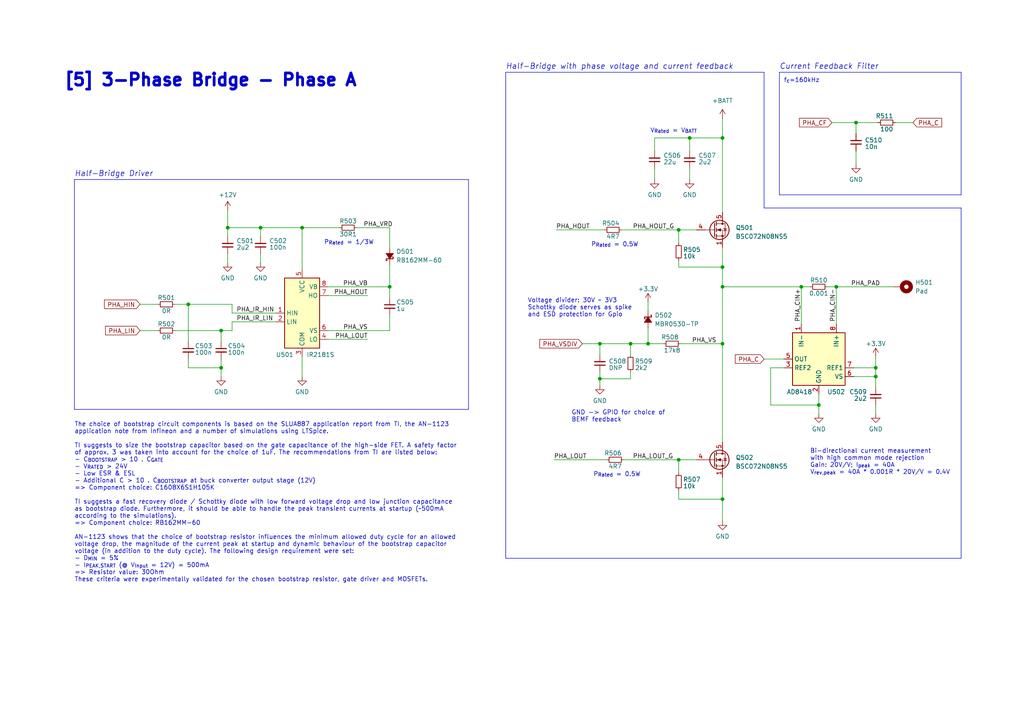
<source format=kicad_sch>
(kicad_sch (version 20230121) (generator eeschema)
  (paper "A4")
  (title_block (title "3-Phase Bridge - Phase A") (date "2023-11-26") (rev "1.0"))
  (lib_symbols
    (symbol "Amplifier_Current:AD8418"
      (property "Reference" "U" (at -7.62 10.795 0))
      (property "Value" "AD8418" (at -7.62 8.89 0))
      (symbol "AD8418_0_1"
        (rectangle (start -7.62 7.62) (end 7.62 -7.62) (stroke (width 0.254)) (fill (type background)))
      )
      (symbol "AD8418_1_1"
        (pin input line (at 5.08 10.16 270) (length 2.54) (name "IN-") (number "1"))
        (pin power_in line (at 0 -10.16 90) (length 2.54) (name "GND") (number "2"))
        (pin input line (at 10.16 -2.54 180) (length 2.54) (name "REF2") (number "3"))
        (pin no_connect line (at 2.54 -7.62 90) (length 2.54) hide (name "NC") (number "4"))
        (pin output line (at 10.16 0 180) (length 2.54) (name "OUT") (number "5"))
        (pin power_in line (at -10.16 -5.08 0) (length 2.54) (name "VS") (number "6"))
        (pin input line (at -10.16 -2.54 0) (length 2.54) (name "REF1") (number "7"))
        (pin input line (at -5.08 10.16 270) (length 2.54) (name "IN+") (number "8"))
      )
    )
    (symbol "Device:C_Small" (pin_numbers hide) (pin_names (offset 0.254) hide)
      (property "Reference" "C" (at 0.254 1.778 0))
      (property "Value" "C_Small" (at 0.254 -2.032 0))
      (symbol "C_Small_0_1"
        (polyline (pts (xy -1.524 -0.508) (xy 1.524 -0.508)) (stroke (width 0.3302)))
        (polyline (pts (xy -1.524 0.508) (xy 1.524 0.508)) (stroke (width 0.3048)))
      )
      (symbol "C_Small_1_1"
        (pin passive line (at 0 2.54 270) (length 2.032) (name "~") (number "1"))
        (pin passive line (at 0 -2.54 90) (length 2.032) (name "~") (number "2"))
      )
    )
    (symbol "Device:D_Schottky_Small_Filled" (pin_numbers hide) (pin_names (offset 0.254) hide)
      (property "Reference" "D" (at -1.27 2.032 0))
      (property "Value" "D_Schottky_Small_Filled" (at -7.112 -2.032 0))
      (symbol "D_Schottky_Small_Filled_0_1"
        (polyline (pts (xy -0.762 0) (xy 0.762 0)))
        (polyline (pts (xy 0.762 -1.016) (xy -0.762 0) (xy 0.762 1.016) (xy 0.762 -1.016)) (stroke (width 0.254)) (fill (type outline)))
        (polyline (pts (xy -1.27 0.762) (xy -1.27 1.016) (xy -0.762 1.016) (xy -0.762 -1.016) (xy -0.254 -1.016) (xy -0.254 -0.762)) (stroke (width 0.254)))
      )
      (symbol "D_Schottky_Small_Filled_1_1"
        (pin passive line (at -2.54 0 0) (length 1.778) (name "K") (number "1"))
        (pin passive line (at 2.54 0 180) (length 1.778) (name "A") (number "2"))
      )
    )
    (symbol "Device:R_Small" (pin_numbers hide) (pin_names (offset 0.254) hide)
      (property "Reference" "R" (at 0.762 0.508 0))
      (property "Value" "R_Small" (at 0.762 -1.016 0))
      (symbol "R_Small_0_1"
        (rectangle (start -0.762 1.778) (end 0.762 -1.778) (stroke (width 0.2032)))
      )
      (symbol "R_Small_1_1"
        (pin passive line (at 0 2.54 270) (length 0.762) (name "~") (number "1"))
        (pin passive line (at 0 -2.54 90) (length 0.762) (name "~") (number "2"))
      )
    )
    (symbol "Driver_FET:IR2181"
      (property "Reference" "U" (at 1.27 13.335 0))
      (property "Value" "IR2181" (at 1.27 11.43 0))
      (symbol "IR2181_0_1"
        (rectangle (start -5.08 -10.16) (end 5.08 10.16) (stroke (width 0.254)) (fill (type background)))
      )
      (symbol "IR2181_1_1"
        (pin input line (at -7.62 0 0) (length 2.54) (name "HIN") (number "1"))
        (pin input line (at -7.62 -2.54 0) (length 2.54) (name "LIN") (number "2"))
        (pin power_in line (at 0 -12.7 90) (length 2.54) (name "COM") (number "3"))
        (pin output line (at 7.62 -7.62 180) (length 2.54) (name "LO") (number "4"))
        (pin power_in line (at 0 12.7 270) (length 2.54) (name "VCC") (number "5"))
        (pin passive line (at 7.62 -5.08 180) (length 2.54) (name "VS") (number "6"))
        (pin output line (at 7.62 5.08 180) (length 2.54) (name "HO") (number "7"))
        (pin passive line (at 7.62 7.62 180) (length 2.54) (name "VB") (number "8"))
      )
    )
    (symbol "Mechanical:MountingHole_Pad" (pin_numbers hide) (pin_names (offset 1.016) hide)
      (property "Reference" "H" (at 0 6.35 0))
      (property "Value" "MountingHole_Pad" (at 0 4.445 0))
      (symbol "MountingHole_Pad_0_1"
        (circle (center 0 1.27) (radius 1.27) (stroke (width 1.27)))
      )
      (symbol "MountingHole_Pad_1_1"
        (pin input line (at 0 -2.54 90) (length 2.54) (name "1") (number "1"))
      )
    )
    (symbol "Transistor_FET:BSC072N08NS5" (pin_names hide)
      (property "Reference" "Q" (at 5.08 1.905 0))
      (property "Value" "BSC072N08NS5" (at 5.08 0 0))
      (symbol "BSC072N08NS5_0_1"
        (polyline (pts (xy 0.254 0) (xy -2.54 0)))
        (polyline (pts (xy 0.254 1.905) (xy 0.254 -1.905)) (stroke (width 0.254)))
        (polyline (pts (xy 0.762 -1.27) (xy 0.762 -2.286)) (stroke (width 0.254)))
        (polyline (pts (xy 0.762 0.508) (xy 0.762 -0.508)) (stroke (width 0.254)))
        (polyline (pts (xy 0.762 2.286) (xy 0.762 1.27)) (stroke (width 0.254)))
        (polyline (pts (xy 2.54 2.54) (xy 2.54 1.778)))
        (polyline (pts (xy 2.54 -2.54) (xy 2.54 0) (xy 0.762 0)))
        (polyline (pts (xy 0.762 -1.778) (xy 3.302 -1.778) (xy 3.302 1.778) (xy 0.762 1.778)))
        (polyline (pts (xy 1.016 0) (xy 2.032 0.381) (xy 2.032 -0.381) (xy 1.016 0)) (fill (type outline)))
        (polyline (pts (xy 2.794 0.508) (xy 2.921 0.381) (xy 3.683 0.381) (xy 3.81 0.254)))
        (polyline (pts (xy 3.302 0.381) (xy 2.921 -0.254) (xy 3.683 -0.254) (xy 3.302 0.381)))
        (circle (center 1.651 0) (radius 2.794) (stroke (width 0.254)))
        (circle (center 2.54 -1.778) (radius 0.254) (fill (type outline)))
        (circle (center 2.54 1.778) (radius 0.254) (fill (type outline)))
      )
      (symbol "BSC072N08NS5_1_1"
        (pin passive line (at 2.54 -5.08 90) (length 2.54) (name "S") (number "1"))
        (pin passive line (at 2.54 -5.08 90) (length 2.54) hide (name "S") (number "2"))
        (pin passive line (at 2.54 -5.08 90) (length 2.54) hide (name "S") (number "3"))
        (pin passive line (at -5.08 0 0) (length 2.54) (name "G") (number "4"))
        (pin passive line (at 2.54 5.08 270) (length 2.54) (name "D") (number "5"))
      )
    )
    (symbol "power:+12V" (power) (pin_names (offset 0))
      (property "Value" "+12V" (at 0 3.556 0))
      (symbol "+12V_0_1"
        (polyline (pts (xy -0.762 1.27) (xy 0 2.54)))
        (polyline (pts (xy 0 0) (xy 0 2.54)))
        (polyline (pts (xy 0 2.54) (xy 0.762 1.27)))
      )
      (symbol "+12V_1_1"
        (pin power_in line (at 0 0 90) (length 0) hide (name "+12V") (number "1"))
      )
    )
    (symbol "power:+3.3V" (power) (pin_names (offset 0))
      (property "Value" "+3.3V" (at 0 3.556 0))
      (symbol "+3.3V_0_1"
        (polyline (pts (xy -0.762 1.27) (xy 0 2.54)))
        (polyline (pts (xy 0 0) (xy 0 2.54)))
        (polyline (pts (xy 0 2.54) (xy 0.762 1.27)))
      )
      (symbol "+3.3V_1_1"
        (pin power_in line (at 0 0 90) (length 0) hide (name "+3.3V") (number "1"))
      )
    )
    (symbol "power:+BATT" (power) (pin_names (offset 0))
      (property "Value" "+BATT" (at 0 3.556 0))
      (symbol "+BATT_0_1"
        (polyline (pts (xy -0.762 1.27) (xy 0 2.54)))
        (polyline (pts (xy 0 0) (xy 0 2.54)))
        (polyline (pts (xy 0 2.54) (xy 0.762 1.27)))
      )
      (symbol "+BATT_1_1"
        (pin power_in line (at 0 0 90) (length 0) hide (name "+BATT") (number "1"))
      )
    )
    (symbol "power:GND" (power) (pin_names (offset 0))
      (property "Value" "GND" (at 0 -3.81 0))
      (symbol "GND_0_1"
        (polyline (pts (xy 0 0) (xy 0 -1.27) (xy 1.27 -1.27) (xy 0 -2.54) (xy -1.27 -1.27) (xy 0 -1.27)))
      )
      (symbol "GND_1_1"
        (pin power_in line (at 0 0 270) (length 0) hide (name "GND") (number "1"))
      )
    )
  )
  (junction (at 64.135 95.885))
  (junction (at 209.55 144.78))
  (junction (at 209.55 83.185))
  (junction (at 209.55 40.005))
  (junction (at 242.57 83.185))
  (junction (at 254 109.22))
  (junction (at 187.96 99.695))
  (junction (at 113.03 83.185))
  (junction (at 54.61 88.265))
  (junction (at 66.04 66.04))
  (junction (at 64.135 106.68))
  (junction (at 87.63 66.04))
  (junction (at 182.88 99.695))
  (junction (at 209.55 77.47))
  (junction (at 248.285 35.56))
  (junction (at 173.99 99.695))
  (junction (at 200.025 40.005))
  (junction (at 209.55 99.695))
  (junction (at 196.85 133.35))
  (junction (at 232.41 83.185))
  (junction (at 237.49 117.475))
  (junction (at 196.85 66.675))
  (junction (at 173.99 109.855))
  (junction (at 254 106.68))
  (junction (at 75.565 66.04))
  (wire (pts (xy 161.29 66.675) (xy 175.26 66.675)))
  (wire (pts (xy 87.63 66.04) (xy 98.425 66.04)))
  (wire (pts (xy 259.715 35.56) (xy 264.795 35.56)))
  (wire (pts (xy 254 109.22) (xy 254 106.68)))
  (wire (pts (xy 180.975 133.35) (xy 196.85 133.35)))
  (wire (pts (xy 232.41 83.185) (xy 234.95 83.185)))
  (wire (pts (xy 209.55 83.185) (xy 209.55 99.695)))
  (wire (pts (xy 173.99 99.695) (xy 182.88 99.695)))
  (wire (pts (xy 40.64 95.885) (xy 45.72 95.885)))
  (wire (pts (xy 254 109.22) (xy 254 112.395)))
  (wire (pts (xy 187.96 87.63) (xy 187.96 90.17)))
  (wire (pts (xy 160.655 133.35) (xy 175.895 133.35)))
  (wire (pts (xy 209.55 144.78) (xy 209.55 151.13)))
  (wire (pts (xy 189.865 43.815) (xy 189.865 40.005)))
  (wire (pts (xy 200.025 40.005) (xy 209.55 40.005)))
  (wire (pts (xy 227.33 106.68) (xy 223.52 106.68)))
  (polyline (pts (xy 221.615 60.325) (xy 221.615 20.955)))
  (wire (pts (xy 50.8 88.265) (xy 54.61 88.265)))
  (wire (pts (xy 113.03 95.885) (xy 113.03 91.44)))
  (wire (pts (xy 66.04 73.66) (xy 66.04 76.2)))
  (wire (pts (xy 54.61 88.265) (xy 67.31 88.265)))
  (wire (pts (xy 254 106.68) (xy 247.65 106.68)))
  (wire (pts (xy 196.85 75.565) (xy 196.85 77.47)))
  (polyline (pts (xy 21.59 118.745) (xy 135.89 118.745)))
  (polyline (pts (xy 278.765 56.515) (xy 278.765 20.955)))
  (wire (pts (xy 173.99 109.855) (xy 173.99 111.76)))
  (wire (pts (xy 196.85 66.675) (xy 201.93 66.675)))
  (wire (pts (xy 54.61 104.14) (xy 54.61 106.68)))
  (wire (pts (xy 197.485 99.695) (xy 209.55 99.695)))
  (wire (pts (xy 95.25 83.185) (xy 113.03 83.185)))
  (wire (pts (xy 54.61 106.68) (xy 64.135 106.68)))
  (wire (pts (xy 75.565 66.04) (xy 87.63 66.04)))
  (wire (pts (xy 50.8 95.885) (xy 64.135 95.885)))
  (wire (pts (xy 66.04 60.96) (xy 66.04 66.04)))
  (wire (pts (xy 180.34 66.675) (xy 196.85 66.675)))
  (wire (pts (xy 66.04 66.04) (xy 75.565 66.04)))
  (wire (pts (xy 113.03 76.835) (xy 113.03 83.185)))
  (wire (pts (xy 189.865 40.005) (xy 200.025 40.005)))
  (wire (pts (xy 240.03 83.185) (xy 242.57 83.185)))
  (wire (pts (xy 64.135 95.885) (xy 67.31 95.885)))
  (wire (pts (xy 182.88 99.695) (xy 182.88 102.87)))
  (polyline (pts (xy 278.765 60.325) (xy 221.615 60.325)))
  (wire (pts (xy 209.55 34.29) (xy 209.55 40.005)))
  (wire (pts (xy 196.85 66.675) (xy 196.85 70.485)))
  (wire (pts (xy 232.41 83.185) (xy 232.41 93.98)))
  (wire (pts (xy 168.91 99.695) (xy 173.99 99.695)))
  (wire (pts (xy 248.285 38.735) (xy 248.285 35.56)))
  (polyline (pts (xy 278.765 161.925) (xy 146.685 161.925)))
  (polyline (pts (xy 278.765 20.955) (xy 226.06 20.955)))
  (wire (pts (xy 103.505 66.04) (xy 113.03 66.04)))
  (polyline (pts (xy 278.765 161.925) (xy 278.765 60.325)))
  (polyline (pts (xy 135.89 118.745) (xy 135.89 52.07)))
  (wire (pts (xy 227.33 104.14) (xy 221.615 104.14)))
  (polyline (pts (xy 221.615 20.955) (xy 146.685 20.955)))
  (wire (pts (xy 95.25 85.725) (xy 106.68 85.725)))
  (wire (pts (xy 237.49 117.475) (xy 237.49 120.015)))
  (polyline (pts (xy 226.06 56.515) (xy 278.765 56.515)))
  (wire (pts (xy 248.285 35.56) (xy 254.635 35.56)))
  (wire (pts (xy 67.31 88.265) (xy 67.31 90.805)))
  (wire (pts (xy 173.99 102.87) (xy 173.99 99.695)))
  (wire (pts (xy 209.55 77.47) (xy 209.55 83.185)))
  (wire (pts (xy 64.135 104.14) (xy 64.135 106.68)))
  (polyline (pts (xy 21.59 52.07) (xy 21.59 118.745)))
  (wire (pts (xy 196.85 133.35) (xy 196.85 137.16)))
  (polyline (pts (xy 135.89 52.07) (xy 21.59 52.07)))
  (wire (pts (xy 223.52 106.68) (xy 223.52 117.475)))
  (wire (pts (xy 182.88 107.95) (xy 182.88 109.855)))
  (wire (pts (xy 241.3 35.56) (xy 248.285 35.56)))
  (wire (pts (xy 209.55 40.005) (xy 209.55 61.595)))
  (wire (pts (xy 254 117.475) (xy 254 120.015)))
  (wire (pts (xy 187.96 99.695) (xy 192.405 99.695)))
  (wire (pts (xy 173.99 109.855) (xy 182.88 109.855)))
  (wire (pts (xy 237.49 117.475) (xy 223.52 117.475)))
  (wire (pts (xy 237.49 114.3) (xy 237.49 117.475)))
  (polyline (pts (xy 226.06 20.955) (xy 226.06 56.515)))
  (wire (pts (xy 200.025 40.005) (xy 200.025 43.815)))
  (wire (pts (xy 187.96 95.25) (xy 187.96 99.695)))
  (wire (pts (xy 189.865 48.895) (xy 189.865 52.07)))
  (wire (pts (xy 40.64 88.265) (xy 45.72 88.265)))
  (wire (pts (xy 242.57 83.185) (xy 242.57 93.98)))
  (wire (pts (xy 242.57 83.185) (xy 259.08 83.185)))
  (wire (pts (xy 66.04 66.04) (xy 66.04 68.58)))
  (wire (pts (xy 113.03 66.04) (xy 113.03 71.755)))
  (wire (pts (xy 248.285 43.815) (xy 248.285 47.625)))
  (wire (pts (xy 196.85 77.47) (xy 209.55 77.47)))
  (wire (pts (xy 113.03 83.185) (xy 113.03 86.36)))
  (wire (pts (xy 67.31 93.345) (xy 67.31 95.885)))
  (wire (pts (xy 87.63 66.04) (xy 87.63 78.105)))
  (wire (pts (xy 75.565 66.04) (xy 75.565 68.58)))
  (wire (pts (xy 200.025 48.895) (xy 200.025 52.07)))
  (wire (pts (xy 173.99 107.95) (xy 173.99 109.855)))
  (wire (pts (xy 209.55 83.185) (xy 232.41 83.185)))
  (wire (pts (xy 196.85 144.78) (xy 209.55 144.78)))
  (wire (pts (xy 95.25 95.885) (xy 113.03 95.885)))
  (wire (pts (xy 87.63 103.505) (xy 87.63 109.22)))
  (wire (pts (xy 67.31 93.345) (xy 80.01 93.345)))
  (wire (pts (xy 64.135 95.885) (xy 64.135 99.06)))
  (wire (pts (xy 247.65 109.22) (xy 254 109.22)))
  (wire (pts (xy 67.31 90.805) (xy 80.01 90.805)))
  (wire (pts (xy 254 103.505) (xy 254 106.68)))
  (wire (pts (xy 182.88 99.695) (xy 187.96 99.695)))
  (wire (pts (xy 209.55 99.695) (xy 209.55 128.27)))
  (wire (pts (xy 95.25 98.425) (xy 106.68 98.425)))
  (wire (pts (xy 196.85 142.24) (xy 196.85 144.78)))
  (polyline (pts (xy 146.685 20.955) (xy 146.685 161.925)))
  (wire (pts (xy 209.55 71.755) (xy 209.55 77.47)))
  (wire (pts (xy 196.85 133.35) (xy 201.93 133.35)))
  (wire (pts (xy 75.565 73.66) (xy 75.565 76.2)))
  (wire (pts (xy 209.55 144.78) (xy 209.55 138.43)))
  (wire (pts (xy 64.135 106.68) (xy 64.135 109.22)))
  (wire (pts (xy 54.61 88.265) (xy 54.61 99.06)))
  (text "GND -> GPIO for choice of\nBEMF feedback" (at 165.735 122.555 0) (effects (font (size 1.27 1.27)) (justify left bottom)))
  (text "Half-Bridge with phase voltage and current feedback" (at 146.685 20.32 0) (effects (font (size 1.6 1.6) italic) (justify left bottom)))
  (text "P_{Rated} = 1/3W\n" (at 93.98 71.12 0) (effects (font (size 1.27 1.27)) (justify left bottom)))
  (text "Current Feedback Filter" (at 226.06 20.32 0) (effects (font (size 1.6 1.6) italic) (justify left bottom)))
  (text "Voltage divider: 30V ~ 3V3\nSchottky diode serves as spike\nand ESD protection for Gpio" (at 153.035 92.075 0) (effects (font (size 1.27 1.27)) (justify left bottom)))
  (text "V_{Rated} = V_{BATT}" (at 188.595 38.735 0) (effects (font (size 1.27 1.27)) (justify left bottom)))
  (text "f_{c}=160kHz" (at 227.33 24.13 0) (effects (font (size 1.27 1.27)) (justify left bottom)))
  (text "Half-Bridge Driver" (at 21.59 51.435 0) (effects (font (size 1.6 1.6) italic) (justify left bottom)))
  (text "P_{Rated} = 0.5W\n" (at 171.45 71.755 0) (effects (font (size 1.27 1.27)) (justify left bottom)))
  (text "The choice of bootstrap circuit components is based on the SLUA887 application report from TI, the AN-1123 \napplication note from Infineon and a number of simulations using LTSpice.\n\nTI suggests to size the bootstrap capacitor based on the gate capacitance of the high-side FET. A safety factor\nof approx. 3 was taken into account for the choice of 1uF. The recommendations from TI are listed below:\n- C_{BOOTSTRAP} > 10 . C_{GATE}\n- V_{RATED} > 24V\n- Low ESR & ESL\n- Additional C > 10 . C_{BOOTSTRAP} at buck converter output stage (12V)\n=> Component choice: C1608X6S1H105K\n\nTI suggests a fast recovery diode / Schottky diode with low forward voltage drop and low junction capacitance\nas bootstrap diode. Furthermore, it should be able to handle the peak transient currents at startup (~500mA\naccording to the simulations).\n=> Component choice: RB162MM-60\n\nAN-1123 shows that the choice of bootstrap resistor influences the minimum allowed duty cycle for an allowed\nvoltage drop, the magnitude of the current peak at startup and dynamic behaviour of the bootstrap capacitor\nvoltage (in addition to the duty cycle). The following design requirement were set:\n- D_{MIN} = 5%\n- I_{PEAK,START} (@ V_{Input} = 12V) = 500mA\n=> Resistor value: 30Ohm\nThese criteria were experimentally validated for the chosen bootstrap resistor, gate driver and MOSFETs." (at 21.59 168.91 0) (effects (font (size 1.27 1.27)) (justify left bottom)))
  (text "[5] 3-Phase Bridge - Phase A" (at 18.415 25.4 0) (effects (font (size 3.5 3.5) (thickness 0.8) bold) (justify left bottom)))
  (text "P_{Rated} = 0.5W\n" (at 172.085 138.43 0) (effects (font (size 1.27 1.27)) (justify left bottom)))
  (text "Bi-directional current measurement\nwith high common mode rejection\nGain: 20V/V; I_{peak} = 40A\nV_{rev,peak} = 40A * 0.001R * 20V/V = 0.4V" (at 234.95 137.795 0) (effects (font (size 1.27 1.27)) (justify left bottom)))
  (label "PHA_LOUT" (at 160.655 133.35 0))
  (label "PHA_PAD" (at 255.27 83.185 180))
  (label "PHA_VB" (at 106.68 83.185 180))
  (label "PHA_CIN+" (at 232.41 93.345 90))
  (label "PHA_IR_HIN" (at 68.58 90.805 0))
  (label "PHA_VRD" (at 105.41 66.04 0))
  (label "PHA_VS" (at 200.66 99.695 0))
  (label "PHA_HOUT" (at 161.29 66.675 0))
  (label "PHA_LOUT" (at 106.68 98.425 180))
  (label "PHA_VS" (at 106.68 95.885 180))
  (label "PHA_CIN-" (at 242.57 93.345 90))
  (label "PHA_LOUT_G" (at 183.515 133.35 0))
  (label "PHA_HOUT" (at 106.68 85.725 180))
  (label "PHA_IR_LIN" (at 68.58 93.345 0))
  (label "PHA_HOUT_G" (at 183.515 66.675 0))
  (global_label "PHA_VSDIV" (shape input) (at 168.91 99.695 180) (property "Intersheetrefs" "${INTERSHEET_REFS}" (effects hide)))
  (global_label "PHA_HIN" (shape input) (at 40.64 88.265 180) (property "Intersheetrefs" "${INTERSHEET_REFS}" (effects hide)))
  (global_label "PHA_C" (shape input) (at 221.615 104.14 180) (property "Intersheetrefs" "${INTERSHEET_REFS}" (effects hide)))
  (global_label "PHA_C" (shape input) (at 264.795 35.56 0) (property "Intersheetrefs" "${INTERSHEET_REFS}" (effects hide)))
  (global_label "PHA_CF" (shape input) (at 241.3 35.56 180) (property "Intersheetrefs" "${INTERSHEET_REFS}" (effects hide)))
  (global_label "PHA_LIN" (shape input) (at 40.64 95.885 180) (property "Intersheetrefs" "${INTERSHEET_REFS}" (effects hide)))
  (symbol (lib_id "Device:R_Small") (at 182.88 105.41 0) (unit 1)
    (property "Reference" "R509" (at 184.15 104.775 0) (effects (justify left)))
    (property "Value" "2k2" (at 184.15 106.68 0) (effects (justify left)))
    (property "Footprint" "Resistor_SMD:R_0603_1608Metric_Pad0.98x0.95mm_HandSolder" (effects hide))
  )
  (symbol (lib_id "power:+3.3V") (at 187.96 87.63 0) (unit 1)
    (property "Reference" "#PWR0146" (effects hide))
    (property "Value" "+3.3V" (at 187.96 83.82 0))
  )
  (symbol (lib_id "power:GND") (at 189.865 52.07 0) (unit 1)
    (property "Reference" "#PWR0152" (effects hide))
    (property "Value" "GND" (at 189.865 56.515 0))
  )
  (symbol (lib_id "Device:D_Schottky_Small_Filled") (at 113.03 74.295 90) (unit 1)
    (property "Reference" "D501" (at 114.935 73.66 90) (effects (justify right top)))
    (property "Value" "RB162MM-60" (at 114.935 76.2 90) (effects (justify right top)))
    (property "Footprint" "Diode_SMD:D_SOD-123F" (effects hide))
    (property "Link" "https://www.digikey.de/en/products/detail/rohm-semiconductor/RB162MM-60TR/5001869" (effects hide))
  )
  (symbol (lib_id "Mechanical:MountingHole_Pad") (at 261.62 83.185 270) (unit 1)
    (property "Reference" "H501" (at 265.43 81.9149 90) (effects (justify left)))
    (property "Value" "Pad" (at 265.43 84.455 90) (effects (justify left)))
    (property "Footprint" "TestPoint:TestPoint_Pad_5.0x7.0mm" (effects hide))
  )
  (symbol (lib_id "power:GND") (at 254 120.015 0) (mirror y) (unit 1)
    (property "Reference" "#PWR0144" (effects hide))
    (property "Value" "GND" (at 254 124.46 0))
  )
  (symbol (lib_id "power:GND") (at 209.55 151.13 0) (unit 1)
    (property "Reference" "#PWR0145" (effects hide))
    (property "Value" "GND" (at 209.55 155.575 0))
  )
  (symbol (lib_id "power:GND") (at 248.285 47.625 0) (unit 1)
    (property "Reference" "#PWR0149" (effects hide))
    (property "Value" "GND" (at 248.285 52.07 0))
  )
  (symbol (lib_id "Device:R_Small") (at 194.945 99.695 90) (unit 1)
    (property "Reference" "R508" (at 194.31 97.79 90))
    (property "Value" "17k8" (at 194.945 101.6 90))
    (property "Footprint" "Resistor_SMD:R_0603_1608Metric_Pad0.98x0.95mm_HandSolder" (effects hide))
  )
  (symbol (lib_id "Device:R_Small") (at 257.175 35.56 90) (unit 1)
    (property "Reference" "R511" (at 256.54 33.655 90))
    (property "Value" "100" (at 257.175 37.465 90))
    (property "Footprint" "Resistor_SMD:R_0603_1608Metric_Pad0.98x0.95mm_HandSolder" (effects hide))
  )
  (symbol (lib_id "power:+BATT") (at 209.55 34.29 0) (unit 1)
    (property "Reference" "#PWR0150" (effects hide))
    (property "Value" "+BATT" (at 209.55 29.21 0))
  )
  (symbol (lib_id "power:+12V") (at 66.04 60.96 0) (unit 1)
    (property "Reference" "#PWR0124" (effects hide))
    (property "Value" "+12V" (at 66.04 56.515 0))
  )
  (symbol (lib_id "power:GND") (at 87.63 109.22 0) (unit 1)
    (property "Reference" "#PWR0122" (effects hide))
    (property "Value" "GND" (at 87.63 113.665 0))
  )
  (symbol (lib_id "Device:R_Small") (at 196.85 73.025 180) (unit 1)
    (property "Reference" "R505" (at 198.12 72.39 0) (effects (justify right)))
    (property "Value" "10k" (at 198.12 74.295 0) (effects (justify right)))
    (property "Footprint" "Resistor_SMD:R_0603_1608Metric_Pad0.98x0.95mm_HandSolder" (effects hide))
  )
  (symbol (lib_id "Device:C_Small") (at 173.99 105.41 180) (unit 1)
    (property "Reference" "C508" (at 176.53 104.775 0) (effects (justify right)))
    (property "Value" "DNP" (at 176.53 106.68 0) (effects (justify right)))
    (property "Footprint" "Capacitor_SMD:C_0402_1005Metric_Pad0.74x0.62mm_HandSolder" (effects hide))
  )
  (symbol (lib_id "Device:C_Small") (at 113.03 88.9 0) (unit 1)
    (property "Reference" "C505" (at 114.935 87.63 0) (effects (justify left)))
    (property "Value" "1u" (at 114.935 89.535 0) (effects (justify left)))
    (property "Footprint" "Capacitor_SMD:C_0603_1608Metric_Pad1.08x0.95mm_HandSolder" (effects hide))
  )
  (symbol (lib_id "power:GND") (at 66.04 76.2 0) (unit 1)
    (property "Reference" "#PWR0121" (effects hide))
    (property "Value" "GND" (at 66.04 80.645 0))
  )
  (symbol (lib_id "Device:R_Small") (at 100.965 66.04 90) (unit 1)
    (property "Reference" "R503" (at 100.965 64.135 90))
    (property "Value" "30R1" (at 100.965 67.945 90))
    (property "Footprint" "Resistor_SMD:R_0603_1608Metric_Pad0.98x0.95mm_HandSolder" (effects hide))
    (property "Link" "https://www.digikey.de/en/products/detail/vishay-dale/CRCW060333R0FKEAHP/2222237" (effects hide))
  )
  (symbol (lib_id "Device:R_Small") (at 237.49 83.185 90) (unit 1)
    (property "Reference" "R510" (at 237.49 81.28 90))
    (property "Value" "0.001" (at 237.49 85.09 90))
    (property "Footprint" "Resistor_SMD:R_1206_3216Metric_Pad1.30x1.75mm_HandSolder" (effects hide))
  )
  (symbol (lib_id "power:GND") (at 173.99 111.76 0) (unit 1)
    (property "Reference" "#PWR0148" (effects hide))
    (property "Value" "GND" (at 173.99 116.205 0))
  )
  (symbol (lib_id "Device:R_Small") (at 177.8 66.675 90) (unit 1)
    (property "Reference" "R504" (at 177.165 64.77 90))
    (property "Value" "4R7" (at 177.8 68.58 90))
    (property "Footprint" "Resistor_SMD:R_0603_1608Metric_Pad0.98x0.95mm_HandSolder" (effects hide))
  )
  (symbol (lib_id "power:GND") (at 64.135 109.22 0) (unit 1)
    (property "Reference" "#PWR0123" (effects hide))
    (property "Value" "GND" (at 64.135 113.665 0))
  )
  (symbol (lib_id "Device:C_Small") (at 54.61 101.6 0) (unit 1)
    (property "Reference" "C503" (at 56.515 100.33 0) (effects (justify left)))
    (property "Value" "100n" (at 56.515 102.235 0) (effects (justify left)))
    (property "Footprint" "Capacitor_SMD:C_0402_1005Metric_Pad0.74x0.62mm_HandSolder" (effects hide))
  )
  (symbol (lib_id "Transistor_FET:BSC072N08NS5") (at 207.01 133.35 0) (unit 1)
    (property "Reference" "Q502" (at 213.36 132.715 0) (effects (justify left)))
    (property "Value" "BSC072N08NS5" (at 213.36 135.255 0) (effects (justify left)))
    (property "Footprint" "Package_TO_SOT_SMD:TDSON-8-1" (effects hide))
    (property "Datasheet" "http://www.infineon.com/dgdl/Infineon-BSC072N08NS5-DS-v02_00-EN.pdf?fileId=5546d4624ad04ef9014ae3d8e8192c7c" (effects hide))
    (property "Link" "https://www.digikey.de/en/products/detail/infineon-technologies/BSC072N08NS5ATMA1/5959908" (effects hide))
  )
  (symbol (lib_id "power:+3.3V") (at 254 103.505 0) (mirror y) (unit 1)
    (property "Reference" "#PWR0147" (effects hide))
    (property "Value" "+3.3V" (at 254 99.695 0))
  )
  (symbol (lib_id "Transistor_FET:BSC072N08NS5") (at 207.01 66.675 0) (unit 1)
    (property "Reference" "Q501" (at 213.36 66.04 0) (effects (justify left)))
    (property "Value" "BSC072N08NS5" (at 213.36 68.58 0) (effects (justify left)))
    (property "Footprint" "Package_TO_SOT_SMD:TDSON-8-1" (effects hide))
    (property "Datasheet" "http://www.infineon.com/dgdl/Infineon-BSC072N08NS5-DS-v02_00-EN.pdf?fileId=5546d4624ad04ef9014ae3d8e8192c7c" (effects hide))
    (property "Link" "https://www.digikey.de/en/products/detail/infineon-technologies/BSC072N08NS5ATMA1/5959908" (effects hide))
  )
  (symbol (lib_id "Device:C_Small") (at 64.135 101.6 0) (unit 1)
    (property "Reference" "C504" (at 66.04 100.33 0) (effects (justify left)))
    (property "Value" "100n" (at 66.04 102.235 0) (effects (justify left)))
    (property "Footprint" "Capacitor_SMD:C_0402_1005Metric_Pad0.74x0.62mm_HandSolder" (effects hide))
  )
  (symbol (lib_id "Amplifier_Current:AD8418") (at 237.49 104.14 0) (mirror y) (unit 1)
    (property "Reference" "U502" (at 245.11 113.665 0) (effects (justify left)))
    (property "Value" "AD8418" (at 235.585 113.665 0) (effects (justify left)))
    (property "Footprint" "Package_SO:SOIC-8_3.9x4.9mm_P1.27mm" (effects hide))
    (property "Datasheet" "https://www.analog.com/media/en/technical-documentation/data-sheets/AD8418.pdf" (effects hide))
    (property "Link" "https://www.digikey.de/en/products/detail/analog-devices-inc/AD8418AWBRZ/4571735" (effects hide))
  )
  (symbol (lib_id "Device:C_Small") (at 66.04 71.12 180) (unit 1)
    (property "Reference" "C501" (at 68.58 69.85 0) (effects (justify right)))
    (property "Value" "2u2" (at 68.58 71.755 0) (effects (justify right)))
    (property "Footprint" "Capacitor_SMD:C_0603_1608Metric_Pad1.08x0.95mm_HandSolder" (effects hide))
  )
  (symbol (lib_id "power:GND") (at 200.025 52.07 0) (unit 1)
    (property "Reference" "#PWR0151" (effects hide))
    (property "Value" "GND" (at 200.025 56.515 0))
  )
  (symbol (lib_id "Driver_FET:IR2181") (at 87.63 90.805 0) (unit 1)
    (property "Reference" "U501" (at 80.01 102.87 0) (effects (justify left)))
    (property "Value" "IR2181S" (at 88.9 102.87 0) (effects (justify left)))
    (property "Footprint" "Package_SO:SOIC-8_3.9x4.9mm_P1.27mm" (effects hide))
    (property "Datasheet" "https://www.infineon.com/dgdl/ir2181.pdf?fileId=5546d462533600a4015355c93cdd16ce" (effects hide))
    (property "Link" "https://www.digikey.de/en/products/detail/infineon-technologies/IR2181SPBF/856520" (effects hide))
  )
  (symbol (lib_id "Device:R_Small") (at 48.26 95.885 90) (unit 1)
    (property "Reference" "R502" (at 48.26 93.98 90))
    (property "Value" "0R" (at 48.26 97.79 90))
    (property "Footprint" "Resistor_SMD:R_0402_1005Metric_Pad0.72x0.64mm_HandSolder" (effects hide))
  )
  (symbol (lib_id "power:GND") (at 75.565 76.2 0) (unit 1)
    (property "Reference" "#PWR0120" (effects hide))
    (property "Value" "GND" (at 75.565 80.645 0))
  )
  (symbol (lib_id "Device:R_Small") (at 196.85 139.7 180) (unit 1)
    (property "Reference" "R507" (at 198.12 139.065 0) (effects (justify right)))
    (property "Value" "10k" (at 198.12 140.97 0) (effects (justify right)))
    (property "Footprint" "Resistor_SMD:R_0603_1608Metric_Pad0.98x0.95mm_HandSolder" (effects hide))
  )
  (symbol (lib_id "Device:C_Small") (at 254 114.935 0) (mirror x) (unit 1)
    (property "Reference" "C509" (at 251.46 113.665 0) (effects (justify right)))
    (property "Value" "2u2" (at 251.46 115.57 0) (effects (justify right)))
    (property "Footprint" "Capacitor_SMD:C_0603_1608Metric_Pad1.08x0.95mm_HandSolder" (effects hide))
  )
  (symbol (lib_id "Device:C_Small") (at 200.025 46.355 180) (unit 1)
    (property "Reference" "C507" (at 202.565 45.085 0) (effects (justify right)))
    (property "Value" "2u2" (at 202.565 46.99 0) (effects (justify right)))
    (property "Footprint" "Capacitor_SMD:C_0603_1608Metric_Pad1.08x0.95mm_HandSolder" (effects hide))
  )
  (symbol (lib_id "Device:C_Small") (at 75.565 71.12 180) (unit 1)
    (property "Reference" "C502" (at 78.105 69.85 0) (effects (justify right)))
    (property "Value" "100n" (at 78.105 71.755 0) (effects (justify right)))
    (property "Footprint" "Capacitor_SMD:C_0402_1005Metric_Pad0.74x0.62mm_HandSolder" (effects hide))
  )
  (symbol (lib_id "Device:C_Small") (at 248.285 41.275 180) (unit 1)
    (property "Reference" "C510" (at 250.825 40.64 0) (effects (justify right)))
    (property "Value" "10n" (at 250.825 42.545 0) (effects (justify right)))
    (property "Footprint" "Capacitor_SMD:C_0603_1608Metric_Pad1.08x0.95mm_HandSolder" (effects hide))
  )
  (symbol (lib_id "Device:C_Small") (at 189.865 46.355 180) (unit 1)
    (property "Reference" "C506" (at 192.405 45.085 0) (effects (justify right)))
    (property "Value" "22u" (at 192.405 46.99 0) (effects (justify right)))
    (property "Footprint" "Capacitor_SMD:C_0603_1608Metric_Pad1.08x0.95mm_HandSolder" (effects hide))
  )
  (symbol (lib_id "Device:D_Schottky_Small_Filled") (at 187.96 92.71 270) (unit 1)
    (property "Reference" "D502" (at 189.865 91.44 90) (effects (justify left)))
    (property "Value" "MBR0530-TP" (at 189.865 93.98 90) (effects (justify left)))
    (property "Footprint" "Diode_SMD:D_SOD-123" (effects hide))
    (property "Link" "https://www.digikey.de/en/products/detail/micro-commercial-co/MBR0530-TP/717251" (effects hide))
  )
  (symbol (lib_id "Device:R_Small") (at 48.26 88.265 90) (unit 1)
    (property "Reference" "R501" (at 48.26 86.36 90))
    (property "Value" "0R" (at 48.26 90.17 90))
    (property "Footprint" "Resistor_SMD:R_0402_1005Metric_Pad0.72x0.64mm_HandSolder" (effects hide))
  )
  (symbol (lib_id "Device:R_Small") (at 178.435 133.35 90) (unit 1)
    (property "Reference" "R506" (at 177.8 131.445 90))
    (property "Value" "4R7" (at 178.435 135.255 90))
    (property "Footprint" "Resistor_SMD:R_0603_1608Metric_Pad0.98x0.95mm_HandSolder" (effects hide))
  )
  (symbol (lib_id "power:GND") (at 237.49 120.015 0) (mirror y) (unit 1)
    (property "Reference" "#PWR0143" (effects hide))
    (property "Value" "GND" (at 237.49 124.46 0))
  )
)
</source>
